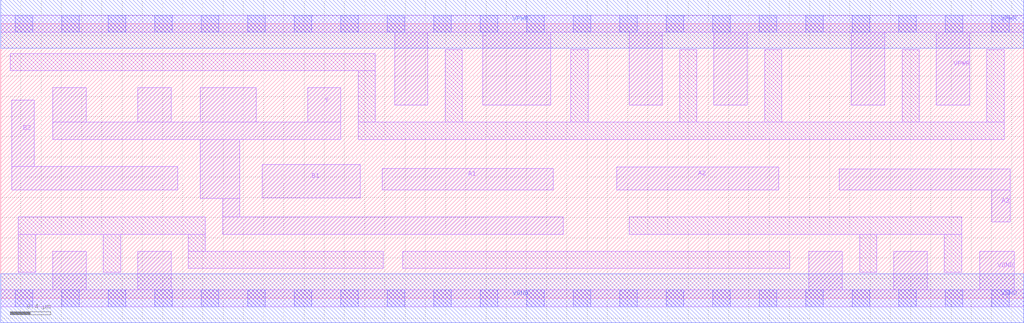
<source format=lef>
# Copyright 2020 The SkyWater PDK Authors
#
# Licensed under the Apache License, Version 2.0 (the "License");
# you may not use this file except in compliance with the License.
# You may obtain a copy of the License at
#
#     https://www.apache.org/licenses/LICENSE-2.0
#
# Unless required by applicable law or agreed to in writing, software
# distributed under the License is distributed on an "AS IS" BASIS,
# WITHOUT WARRANTIES OR CONDITIONS OF ANY KIND, either express or implied.
# See the License for the specific language governing permissions and
# limitations under the License.
#
# SPDX-License-Identifier: Apache-2.0

VERSION 5.7 ;
  NAMESCASESENSITIVE ON ;
  NOWIREEXTENSIONATPIN ON ;
  DIVIDERCHAR "/" ;
  BUSBITCHARS "[]" ;
UNITS
  DATABASE MICRONS 200 ;
END UNITS
MACRO sky130_fd_sc_hd__a32oi_4
  CLASS CORE ;
  SOURCE USER ;
  FOREIGN sky130_fd_sc_hd__a32oi_4 ;
  ORIGIN  0.000000  0.000000 ;
  SIZE  10.12000 BY  2.720000 ;
  SYMMETRY X Y R90 ;
  SITE unithd ;
  PIN A1
    ANTENNAGATEAREA  0.990000 ;
    DIRECTION INPUT ;
    USE SIGNAL ;
    PORT
      LAYER li1 ;
        RECT 3.775000 1.075000 5.465000 1.285000 ;
    END
  END A1
  PIN A2
    ANTENNAGATEAREA  0.990000 ;
    DIRECTION INPUT ;
    USE SIGNAL ;
    PORT
      LAYER li1 ;
        RECT 6.095000 1.075000 7.695000 1.300000 ;
    END
  END A2
  PIN A3
    ANTENNAGATEAREA  0.990000 ;
    DIRECTION INPUT ;
    USE SIGNAL ;
    PORT
      LAYER li1 ;
        RECT 8.295000 1.075000 9.985000 1.280000 ;
        RECT 9.805000 0.755000 9.985000 1.075000 ;
    END
  END A3
  PIN B1
    ANTENNAGATEAREA  0.990000 ;
    DIRECTION INPUT ;
    USE SIGNAL ;
    PORT
      LAYER li1 ;
        RECT 2.585000 0.995000 3.555000 1.325000 ;
    END
  END B1
  PIN B2
    ANTENNAGATEAREA  0.990000 ;
    DIRECTION INPUT ;
    USE SIGNAL ;
    PORT
      LAYER li1 ;
        RECT 0.110000 1.075000 1.750000 1.305000 ;
        RECT 0.110000 1.305000 0.330000 1.965000 ;
    END
  END B2
  PIN Y
    ANTENNADIFFAREA  1.782000 ;
    DIRECTION OUTPUT ;
    USE SIGNAL ;
    PORT
      LAYER li1 ;
        RECT 0.515000 1.575000 3.365000 1.745000 ;
        RECT 0.515000 1.745000 0.845000 2.085000 ;
        RECT 1.355000 1.745000 1.685000 2.085000 ;
        RECT 1.975000 0.990000 2.365000 1.575000 ;
        RECT 1.975000 1.745000 2.525000 2.085000 ;
        RECT 2.195000 0.635000 5.565000 0.805000 ;
        RECT 2.195000 0.805000 2.365000 0.990000 ;
        RECT 3.035000 1.745000 3.365000 2.085000 ;
    END
  END Y
  PIN VGND
    DIRECTION INOUT ;
    SHAPE ABUTMENT ;
    USE GROUND ;
    PORT
      LAYER li1 ;
        RECT 0.000000 -0.085000 10.120000 0.085000 ;
        RECT 0.515000  0.085000  0.845000 0.465000 ;
        RECT 1.355000  0.085000  1.685000 0.465000 ;
        RECT 7.995000  0.085000  8.325000 0.465000 ;
        RECT 8.835000  0.085000  9.165000 0.465000 ;
        RECT 9.685000  0.085000 10.025000 0.465000 ;
      LAYER mcon ;
        RECT 0.145000 -0.085000 0.315000 0.085000 ;
        RECT 0.605000 -0.085000 0.775000 0.085000 ;
        RECT 1.065000 -0.085000 1.235000 0.085000 ;
        RECT 1.525000 -0.085000 1.695000 0.085000 ;
        RECT 1.985000 -0.085000 2.155000 0.085000 ;
        RECT 2.445000 -0.085000 2.615000 0.085000 ;
        RECT 2.905000 -0.085000 3.075000 0.085000 ;
        RECT 3.365000 -0.085000 3.535000 0.085000 ;
        RECT 3.825000 -0.085000 3.995000 0.085000 ;
        RECT 4.285000 -0.085000 4.455000 0.085000 ;
        RECT 4.745000 -0.085000 4.915000 0.085000 ;
        RECT 5.205000 -0.085000 5.375000 0.085000 ;
        RECT 5.665000 -0.085000 5.835000 0.085000 ;
        RECT 6.125000 -0.085000 6.295000 0.085000 ;
        RECT 6.585000 -0.085000 6.755000 0.085000 ;
        RECT 7.045000 -0.085000 7.215000 0.085000 ;
        RECT 7.505000 -0.085000 7.675000 0.085000 ;
        RECT 7.965000 -0.085000 8.135000 0.085000 ;
        RECT 8.425000 -0.085000 8.595000 0.085000 ;
        RECT 8.885000 -0.085000 9.055000 0.085000 ;
        RECT 9.345000 -0.085000 9.515000 0.085000 ;
        RECT 9.805000 -0.085000 9.975000 0.085000 ;
      LAYER met1 ;
        RECT 0.000000 -0.240000 10.120000 0.240000 ;
    END
  END VGND
  PIN VPWR
    DIRECTION INOUT ;
    SHAPE ABUTMENT ;
    USE POWER ;
    PORT
      LAYER li1 ;
        RECT 0.000000 2.635000 10.120000 2.805000 ;
        RECT 3.895000 1.915000  4.225000 2.635000 ;
        RECT 4.770000 1.915000  5.440000 2.635000 ;
        RECT 6.215000 1.915000  6.545000 2.635000 ;
        RECT 7.055000 1.915000  7.385000 2.635000 ;
        RECT 8.415000 1.915000  8.745000 2.635000 ;
        RECT 9.255000 1.915000  9.585000 2.635000 ;
      LAYER mcon ;
        RECT 0.145000 2.635000 0.315000 2.805000 ;
        RECT 0.605000 2.635000 0.775000 2.805000 ;
        RECT 1.065000 2.635000 1.235000 2.805000 ;
        RECT 1.525000 2.635000 1.695000 2.805000 ;
        RECT 1.985000 2.635000 2.155000 2.805000 ;
        RECT 2.445000 2.635000 2.615000 2.805000 ;
        RECT 2.905000 2.635000 3.075000 2.805000 ;
        RECT 3.365000 2.635000 3.535000 2.805000 ;
        RECT 3.825000 2.635000 3.995000 2.805000 ;
        RECT 4.285000 2.635000 4.455000 2.805000 ;
        RECT 4.745000 2.635000 4.915000 2.805000 ;
        RECT 5.205000 2.635000 5.375000 2.805000 ;
        RECT 5.665000 2.635000 5.835000 2.805000 ;
        RECT 6.125000 2.635000 6.295000 2.805000 ;
        RECT 6.585000 2.635000 6.755000 2.805000 ;
        RECT 7.045000 2.635000 7.215000 2.805000 ;
        RECT 7.505000 2.635000 7.675000 2.805000 ;
        RECT 7.965000 2.635000 8.135000 2.805000 ;
        RECT 8.425000 2.635000 8.595000 2.805000 ;
        RECT 8.885000 2.635000 9.055000 2.805000 ;
        RECT 9.345000 2.635000 9.515000 2.805000 ;
        RECT 9.805000 2.635000 9.975000 2.805000 ;
      LAYER met1 ;
        RECT 0.000000 2.480000 10.120000 2.960000 ;
    END
  END VPWR
  OBS
    LAYER li1 ;
      RECT 0.095000 2.255000 3.705000 2.425000 ;
      RECT 0.175000 0.255000 0.345000 0.635000 ;
      RECT 0.175000 0.635000 2.025000 0.805000 ;
      RECT 1.015000 0.255000 1.185000 0.635000 ;
      RECT 1.855000 0.295000 3.785000 0.465000 ;
      RECT 1.855000 0.465000 2.025000 0.635000 ;
      RECT 3.535000 1.575000 9.925000 1.745000 ;
      RECT 3.535000 1.745000 3.705000 2.255000 ;
      RECT 3.975000 0.295000 7.805000 0.465000 ;
      RECT 4.395000 1.745000 4.565000 2.465000 ;
      RECT 5.640000 1.745000 5.810000 2.465000 ;
      RECT 6.215000 0.635000 9.505000 0.805000 ;
      RECT 6.715000 1.745000 6.885000 2.465000 ;
      RECT 7.555000 1.745000 7.725000 2.465000 ;
      RECT 8.495000 0.255000 8.665000 0.635000 ;
      RECT 8.915000 1.745000 9.085000 2.465000 ;
      RECT 9.335000 0.255000 9.505000 0.635000 ;
      RECT 9.755000 1.745000 9.925000 2.465000 ;
  END
END sky130_fd_sc_hd__a32oi_4
END LIBRARY

</source>
